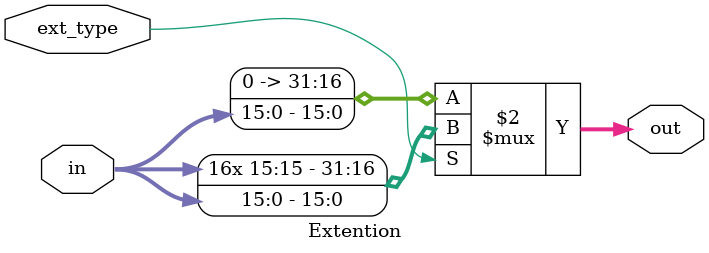
<source format=v>
module Extention(in,ext_type,out);
input ext_type; // sign Extention (1) and Zero Extention (0)
input [15:0] in;
output [31:0] out;
assign out = (ext_type==1)?{{16{in[15]}},in}:{16'b0,in};
endmodule   
</source>
